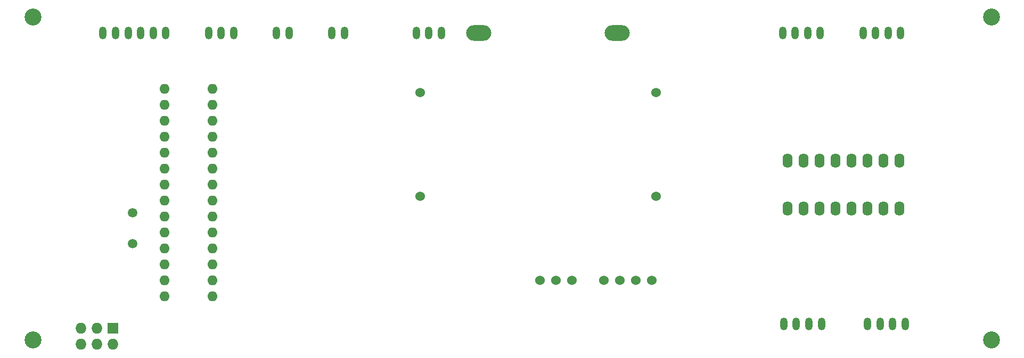
<source format=gbs>
G04 #@! TF.FileFunction,Soldermask,Bot*
%FSLAX46Y46*%
G04 Gerber Fmt 4.6, Leading zero omitted, Abs format (unit mm)*
G04 Created by KiCad (PCBNEW 4.0.1-stable) date Wednesday, 15 June 2016 'pmt' 22:19:09*
%MOMM*%
G01*
G04 APERTURE LIST*
%ADD10C,0.100000*%
%ADD11O,1.600000X2.300000*%
%ADD12O,1.600000X1.600000*%
%ADD13R,1.727200X1.727200*%
%ADD14O,1.727200X1.727200*%
%ADD15C,2.700000*%
%ADD16O,4.000500X2.499360*%
%ADD17O,1.200000X2.000000*%
%ADD18C,1.524000*%
%ADD19C,1.501140*%
G04 APERTURE END LIST*
D10*
D11*
X180340000Y-85090000D03*
X182880000Y-85090000D03*
X185420000Y-85090000D03*
X187960000Y-85090000D03*
X190500000Y-85090000D03*
X193040000Y-85090000D03*
X195580000Y-85090000D03*
X198120000Y-85090000D03*
X198120000Y-77470000D03*
X195580000Y-77470000D03*
X193040000Y-77470000D03*
X190500000Y-77470000D03*
X187960000Y-77470000D03*
X185420000Y-77470000D03*
X182880000Y-77470000D03*
X180340000Y-77470000D03*
D12*
X81280000Y-66040000D03*
X81280000Y-68580000D03*
X81280000Y-71120000D03*
X81280000Y-73660000D03*
X81280000Y-76200000D03*
X81280000Y-78740000D03*
X81280000Y-81280000D03*
X81280000Y-83820000D03*
X81280000Y-86360000D03*
X81280000Y-88900000D03*
X81280000Y-91440000D03*
X81280000Y-93980000D03*
X81280000Y-96520000D03*
X81280000Y-99060000D03*
X88900000Y-99060000D03*
X88900000Y-96520000D03*
X88900000Y-93980000D03*
X88900000Y-91440000D03*
X88900000Y-88900000D03*
X88900000Y-86360000D03*
X88900000Y-83820000D03*
X88900000Y-81280000D03*
X88900000Y-78740000D03*
X88900000Y-76200000D03*
X88900000Y-73660000D03*
X88900000Y-71120000D03*
X88900000Y-68580000D03*
X88900000Y-66040000D03*
D13*
X73025000Y-104140000D03*
D14*
X73025000Y-106680000D03*
X70485000Y-104140000D03*
X70485000Y-106680000D03*
X67945000Y-104140000D03*
X67945000Y-106680000D03*
D15*
X212725000Y-54610000D03*
D16*
X153240740Y-57150000D03*
X131239260Y-57150000D03*
D17*
X125285000Y-57150000D03*
X123285000Y-57150000D03*
X121285000Y-57150000D03*
X185515000Y-57150000D03*
X183515000Y-57150000D03*
X181515000Y-57150000D03*
X179515000Y-57150000D03*
X198310000Y-57150000D03*
X196310000Y-57150000D03*
X194310000Y-57150000D03*
X192310000Y-57150000D03*
X92265000Y-57150000D03*
X90265000Y-57150000D03*
X88265000Y-57150000D03*
X81470000Y-57150000D03*
X79470000Y-57150000D03*
X77470000Y-57150000D03*
X75470000Y-57150000D03*
X73470000Y-57150000D03*
X71470000Y-57150000D03*
X101060000Y-57150000D03*
X99060000Y-57150000D03*
X109855000Y-57150000D03*
X107855000Y-57150000D03*
X179705000Y-103505000D03*
X181705000Y-103505000D03*
X183705000Y-103505000D03*
X185705000Y-103505000D03*
X193040000Y-103505000D03*
X195040000Y-103505000D03*
X197040000Y-103505000D03*
X199040000Y-103505000D03*
D18*
X159385000Y-83175000D03*
X121885000Y-83175000D03*
X121885000Y-66675000D03*
X159385000Y-66675000D03*
X140970000Y-96520000D03*
X143510000Y-96520000D03*
X146050000Y-96520000D03*
X151130000Y-96520000D03*
X153670000Y-96520000D03*
X156210000Y-96520000D03*
X158750000Y-96520000D03*
D19*
X76200000Y-85824060D03*
X76200000Y-90705940D03*
D15*
X60325000Y-54610000D03*
X212725000Y-106045000D03*
X60325000Y-106045000D03*
M02*

</source>
